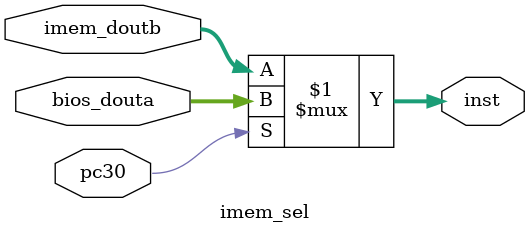
<source format=v>
module imem_sel (
    input pc30,
    output [31:0] inst,
    input [31:0] bios_douta,
    input [31:0] imem_doutb
);

    assign inst = pc30 ? bios_douta : imem_doutb;

endmodule
</source>
